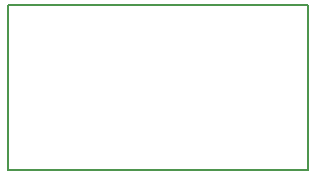
<source format=gm1>
G04 #@! TF.FileFunction,Profile,NP*
%FSLAX46Y46*%
G04 Gerber Fmt 4.6, Leading zero omitted, Abs format (unit mm)*
G04 Created by KiCad (PCBNEW 4.0.2-stable) date Monday, April 10, 2017 'pmt' 04:49:55 pm*
%MOMM*%
G01*
G04 APERTURE LIST*
%ADD10C,0.100000*%
%ADD11C,0.150000*%
G04 APERTURE END LIST*
D10*
D11*
X161925000Y-112395000D02*
X161925000Y-98425000D01*
X136525000Y-112395000D02*
X161925000Y-112395000D01*
X136525000Y-98425000D02*
X136525000Y-112395000D01*
X161925000Y-98425000D02*
X136525000Y-98425000D01*
M02*

</source>
